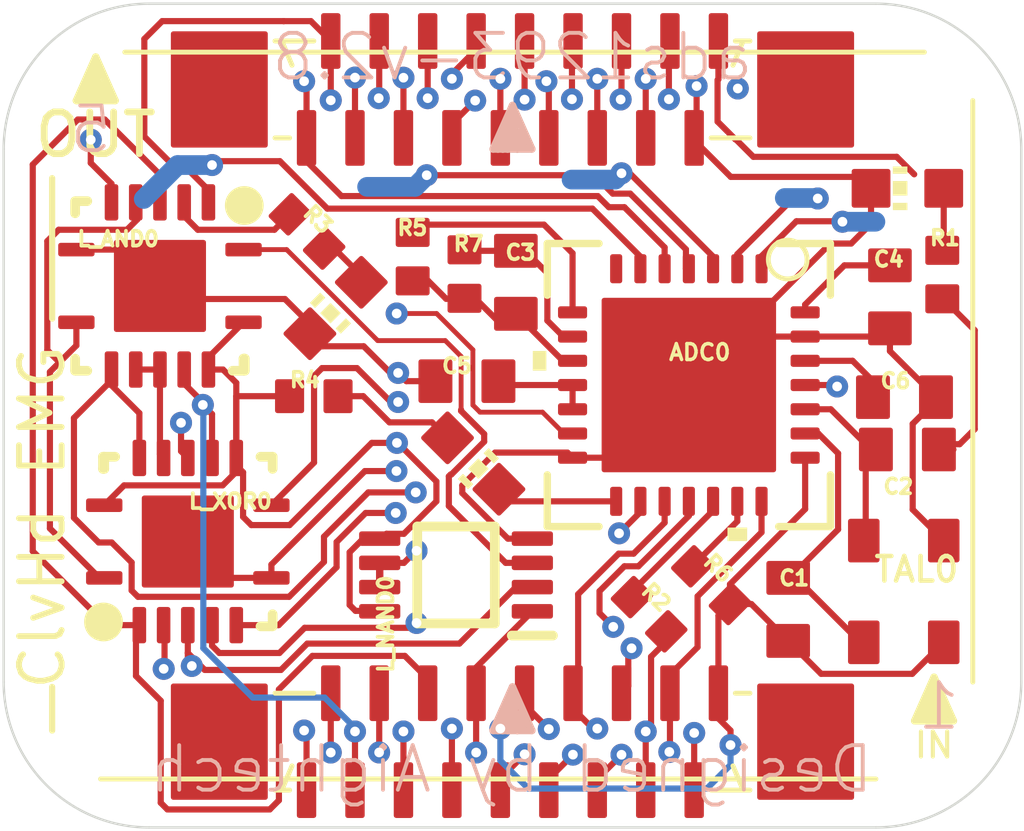
<source format=kicad_pcb>
(kicad_pcb (version 20211014) (generator pcbnew)
  (layers (0 "F.Cu" signal) (1 "In1.Cu" signal) (2 "In2.Cu" signal) (31 "B.Cu" signal) (34 "B.Paste" user) (35 "F.Paste" user) (36 "B.SilkS" user "B.Silkscreen") (37 "F.SilkS" user "F.Silkscreen") (38 "B.Mask" user) (39 "F.Mask" user) (44 "Edge.Cuts" user))
  (net 0 "")
  (net 1 "IN4")
  (net 2 "IN6")
  (net 3 "CS")
  (net 4 "DOUT")
  (net 5 "DIN")
  (net 6 "IN3")
  (net 7 "IN5")
  (net 8 "SCLK")
  (net 9 "IN1")
  (net 10 "VDD")
  (net 11 "ALARMB")
  (net 12 "N$3")
  (net 13 "DRDYB")
  (net 14 "N$4")
  (net 15 "N$8")
  (net 16 "CLK")
  (net 17 "WCT")
  (net 18 "RLDOUT")
  (net 19 "RLDREF")
  (net 20 "SYNCB")
  (net 21 "CMOUT")
  (net 22 "N$15")
  (net 23 "N$9")
  (net 24 "GND")
  (net 25 "RST")
  (net 26 "N$2")
  (net 27 "N$6")
  (net 28 "N$5")
  (net 29 "IN2")
  (net 30 "A1")
  (net 31 "A2")
  (net 32 "N$16")
  (net 33 "A3")
  (net 34 "A0")
  (net 35 "S0")
  (net 36 "S1")
  (net 37 "S2")
  (net 38 "S3")
  (net 39 "N$13")
  (net 40 "N$11")
  (net 41 "GPIO1")
  (net 42 "N$1")
  (net 43 "N$7")
  (footprint "clvHd_EMG:R0402" (layer "F.Cu") (at 147.5111 102.0836 -90)
    (fp_text reference "R7")
    (fp_text value "10M" hide)
  )
  (footprint "clvHd_EMG:R0402" (layer "F.Cu") (at 152.6011 108.5036 -45)
    (fp_text reference "R6")
    (fp_text value "1M" hide)
  )
  (footprint "clvHd_EMG:SMD-3225_4P" (layer "F.Cu") (at 156.5761 108.6336 90)
    (fp_text reference "TAL0")
    (fp_text value "C387328 " hide)
  )
  (footprint "clvHd_EMG:C0402" (layer "F.Cu") (at 156.2911 102.5536 -90)
    (fp_text reference "C4")
    (fp_text value "100nF" hide)
  )
  (footprint "clvHd_EMG:CHIP-LED0603" (layer "F.Cu") (at 147.6911 105.9936 -135)
    (fp_text reference "L2" hide)
    (fp_text value "Red")
  )
  (footprint "clvHd_EMG:C0402" (layer "F.Cu") (at 154.1911 109.0036 90)
    (fp_text reference "C1")
    (fp_text value "22pF" hide)
  )
  (footprint "" (layer "F.Cu") (at 157.0011 98.5036)
    (fp_text reference "@HOLE1" hide)
    (fp_text value "")
  )
  (footprint "clvHd_EMG:R0402" (layer "F.Cu") (at 157.3711 102.0936 90)
    (fp_text reference "R1")
    (fp_text value "51" hide)
  )
  (footprint "" (layer "F.Cu") (at 140.0011 111.5036)
    (fp_text reference "@HOLE0" hide)
    (fp_text value "")
  )
  (footprint "clvHd_EMG:C0402" (layer "F.Cu") (at 148.5711 102.2536 90)
    (fp_text reference "C3")
    (fp_text value "1nF" hide)
  )
  (footprint "clvHd_EMG:C0402" (layer "F.Cu") (at 156.5911 104.6236)
    (fp_text reference "C6")
    (fp_text value "1uF" hide)
  )
  (footprint "clvHd_EMG:R0402" (layer "F.Cu") (at 146.4411 101.7236 -90)
    (fp_text reference "R5")
    (fp_text value "10k" hide)
  )
  (footprint "clvHd_EMG:R0402" (layer "F.Cu") (at 144.2611 101.2036 135)
    (fp_text reference "R3")
    (fp_text value "51" hide)
  )
  (footprint "clvHd_EMG:R0402" (layer "F.Cu") (at 151.3211 109.1036 -45)
    (fp_text reference "R2")
    (fp_text value "51" hide)
  )
  (footprint "clvHd_EMG:CHIP-LED0603" (layer "F.Cu") (at 156.6511 100.3136 90)
    (fp_text reference "L1" hide)
    (fp_text value "Green")
  )
  (footprint "clvHd_EMG:X05C2018TZ" (layer "F.Cu") (at 148.5011 98.2736 -90)
    (fp_text reference "UNK2" hide)
    (fp_text value "X05C2018TZ" hide)
  )
  (footprint "clvHd_EMG:VSSOP" (layer "F.Cu") (at 147.3361 108.2936 180)
    (fp_text reference "L_NAND0")
    (fp_text value "SN74AUP2G00")
  )
  (footprint "clvHd_EMG:C0402" (layer "F.Cu") (at 147.5611 104.2936 180)
    (fp_text reference "C5")
    (fp_text value "100nF" hide)
  )
  (footprint "clvHd_EMG:RSG28_3P6X3P6_TEX" (layer "F.Cu") (at 152.1411 104.3736 -90)
    (fp_text reference "ADC0")
    (fp_text value "ADS1293CISQ/NOPB" hide)
  )
  (footprint "clvHd_EMG:X05C2018TZ" (layer "F.Cu") (at 148.5011 111.7336 90)
    (fp_text reference "UNK1" hide)
    (fp_text value "X05C2018TZ" hide)
  )
  (footprint "clvHd_EMG:C0402" (layer "F.Cu") (at 156.6511 105.7036 180)
    (fp_text reference "C2")
    (fp_text value "22pF" hide)
  )
  (footprint "clvHd_EMG:VQFN-14-CUSTOM" (layer "F.Cu") (at 141.8011 107.6036)
    (fp_text reference "L_XOR0")
    (fp_text value "SN74LVC86")
  )
  (footprint "clvHd_EMG:R0402" (layer "F.Cu") (at 144.4011 104.6036 180)
    (fp_text reference "R4")
    (fp_text value "51" hide)
  )
  (footprint "clvHd_EMG:CHIP-LED0603" (layer "F.Cu") (at 144.8511 102.7836 135)
    (fp_text reference "L3" hide)
    (fp_text value "White")
  )
  (footprint "clvHd_EMG:VQFN-14-CUSTOM" (layer "F.Cu") (at 141.2261 102.3286 180)
    (fp_text reference "L_AND0")
    (fp_text value "SN74ALVC08")
  )
  (gr_line (start 148.4011 99.5036) (end 148.6011 99.5036) (layer "B.SilkS") (width 0.1524))
  (gr_line (start 148.3011 99.5036) (end 148.4011 99.5036) (layer "B.SilkS") (width 0.1524))
  (gr_line (start 148.6011 111.5036) (end 148.8011 111.3036) (layer "B.SilkS") (width 0.1524))
  (gr_line (start 148.9011 99.5036) (end 148.5011 98.6036) (layer "B.SilkS") (width 0.1524))
  (gr_line (start 148.4011 111.5036) (end 148.6011 111.5036) (layer "B.SilkS") (width 0.1524))
  (gr_line (start 148.1011 111.5036) (end 148.5011 110.6036) (layer "B.SilkS") (width 0.1524))
  (gr_line (start 148.3011 111.5036) (end 148.4011 111.5036) (layer "B.SilkS") (width 0.1524))
  (gr_line (start 148.6011 99.5036) (end 148.8011 99.3036) (layer "B.SilkS") (width 0.1524))
  (gr_line (start 148.3011 111.5036) (end 148.6011 110.9036) (layer "B.SilkS") (width 0.1524))
  (gr_line (start 148.2011 99.5036) (end 148.5011 98.7036) (layer "B.SilkS") (width 0.1524))
  (gr_line (start 148.1011 99.5036) (end 148.2011 99.5036) (layer "B.SilkS") (width 0.1524))
  (gr_line (start 148.4011 99.5036) (end 148.7011 99.1036) (layer "B.SilkS") (width 0.1524))
  (gr_line (start 148.5011 98.7036) (end 148.3011 99.5036) (layer "B.SilkS") (width 0.1524))
  (gr_line (start 148.4011 111.5036) (end 148.7011 111.1036) (layer "B.SilkS") (width 0.1524))
  (gr_line (start 148.2011 111.5036) (end 148.3011 111.5036) (layer "B.SilkS") (width 0.1524))
  (gr_line (start 148.2011 99.5036) (end 148.3011 99.5036) (layer "B.SilkS") (width 0.1524))
  (gr_line (start 148.6011 111.5036) (end 148.9011 111.5036) (layer "B.SilkS") (width 0.1524))
  (gr_line (start 148.1011 99.5036) (end 148.5011 98.6036) (layer "B.SilkS") (width 0.1524))
  (gr_line (start 148.3011 99.5036) (end 148.6011 98.9036) (layer "B.SilkS") (width 0.1524))
  (gr_line (start 148.2011 111.5036) (end 148.5011 110.7036) (layer "B.SilkS") (width 0.1524))
  (gr_line (start 148.9011 111.5036) (end 148.5011 110.6036) (layer "B.SilkS") (width 0.1524))
  (gr_line (start 148.6011 99.5036) (end 148.9011 99.5036) (layer "B.SilkS") (width 0.1524))
  (gr_line (start 148.6011 110.9036) (end 148.4011 111.5036) (layer "B.SilkS") (width 0.1524))
  (gr_line (start 148.5011 110.7036) (end 148.3011 111.5036) (layer "B.SilkS") (width 0.1524))
  (gr_line (start 148.7011 111.1036) (end 148.6011 111.5036) (layer "B.SilkS") (width 0.1524))
  (gr_line (start 148.6011 98.9036) (end 148.4011 99.5036) (layer "B.SilkS") (width 0.1524))
  (gr_line (start 148.7011 99.1036) (end 148.6011 99.5036) (layer "B.SilkS") (width 0.1524))
  (gr_line (start 148.1011 111.5036) (end 148.2011 111.5036) (layer "B.SilkS") (width 0.1524))
  (gr_line (start 158.0011 110.5036) (end 158.0011 98.5036) (layer "F.SilkS") (width 0.1016))
  (gr_line (start 157.3011 111.3036) (end 157.6011 111.3036) (layer "F.SilkS") (width 0.1524))
  (gr_line (start 140.3011 98.5036) (end 139.9011 97.6036) (layer "F.SilkS") (width 0.1524))
  (gr_line (start 157.3011 111.3036) (end 157.5011 111.1036) (layer "F.SilkS") (width 0.1524))
  (gr_line (start 157.1011 111.3036) (end 157.4011 110.9036) (layer "F.SilkS") (width 0.1524))
  (gr_line (start 156.9011 111.3036) (end 157.2011 110.5036) (layer "F.SilkS") (width 0.1524))
  (gr_line (start 157.1011 111.3036) (end 157.3011 111.3036) (layer "F.SilkS") (width 0.1524))
  (gr_line (start 139.9011 97.7036) (end 139.7011 98.5036) (layer "F.SilkS") (width 0.1524))
  (gr_line (start 139.6011 98.5036) (end 139.9011 97.7036) (layer "F.SilkS") (width 0.1524))
  (gr_line (start 156.8011 111.3036) (end 157.2011 110.4036) (layer "F.SilkS") (width 0.1524))
  (gr_line (start 157.0011 111.3036) (end 157.3011 110.7036) (layer "F.SilkS") (width 0.1524))
  (gr_line (start 157.3011 110.7036) (end 157.1011 111.3036) (layer "F.SilkS") (width 0.1524))
  (gr_line (start 139.5011 98.5036) (end 139.6011 98.5036) (layer "F.SilkS") (width 0.1524))
  (gr_line (start 157.0011 111.3036) (end 157.1011 111.3036) (layer "F.SilkS") (width 0.1524))
  (gr_line (start 139.8011 98.5036) (end 140.0011 98.5036) (layer "F.SilkS") (width 0.1524))
  (gr_line (start 140.1011 98.1036) (end 140.0011 98.5036) (layer "F.SilkS") (width 0.1524))
  (gr_line (start 157.6011 111.3036) (end 157.2011 110.4036) (layer "F.SilkS") (width 0.1524))
  (gr_line (start 139.0011 100.1036) (end 139.0011 103.0036) (layer "F.SilkS") (width 0.127))
  (gr_line (start 139.7011 98.5036) (end 140.0011 97.9036) (layer "F.SilkS") (width 0.1524))
  (gr_line (start 156.9011 111.3036) (end 157.0011 111.3036) (layer "F.SilkS") (width 0.1524))
  (gr_line (start 140.0011 112.5036) (end 156.0011 112.5036) (layer "F.SilkS") (width 0.1016))
  (gr_line (start 139.6011 98.5036) (end 139.7011 98.5036) (layer "F.SilkS") (width 0.1524))
  (gr_line (start 157.4011 110.9036) (end 157.3011 111.3036) (layer "F.SilkS") (width 0.1524))
  (gr_line (start 140.0011 98.5036) (end 140.2011 98.3036) (layer "F.SilkS") (width 0.1524))
  (gr_circle (center 154.1811 101.7836) (end 154.5811 101.7836) (layer "F.SilkS") (width 0) (fill none))
  (gr_line (start 139.0011 110.6036) (end 139.0011 111.5036) (layer "F.SilkS") (width 0.127))
  (gr_line (start 156.8011 111.3036) (end 156.9011 111.3036) (layer "F.SilkS") (width 0.1524))
  (gr_line (start 139.7011 98.5036) (end 139.8011 98.5036) (layer "F.SilkS") (width 0.1524))
  (gr_line (start 157.0011 97.5036) (end 140.5011 97.5036) (layer "F.SilkS") (width 0.1016))
  (gr_line (start 139.8011 98.5036) (end 140.1011 98.1036) (layer "F.SilkS") (width 0.1524))
  (gr_line (start 140.0011 98.5036) (end 140.3011 98.5036) (layer "F.SilkS") (width 0.1524))
  (gr_line (start 140.0011 97.9036) (end 139.8011 98.5036) (layer "F.SilkS") (width 0.1524))
  (gr_line (start 139.5011 98.5036) (end 139.9011 97.6036) (layer "F.SilkS") (width 0.1524))
  (gr_line (start 157.2011 110.5036) (end 157.0011 111.3036) (layer "F.SilkS") (width 0.1524))
  (gr_arc (start 159.0011 110.5036) (mid 158.12242 112.62492) (end 156.0011 113.5036) (layer "Edge.Cuts") (width 0.05))
  (gr_line (start 156.0011 96.5036) (end 141.0011 96.5036) (layer "Edge.Cuts") (width 0.05))
  (gr_arc (start 156.0011 96.5036) (mid 158.12242 97.38228) (end 159.0011 99.5036) (layer "Edge.Cuts") (width 0.05))
  (gr_line (start 141.0011 113.5036) (end 156.0011 113.5036) (layer "Edge.Cuts") (width 0.05))
  (gr_arc (start 138.0011 99.5036) (mid 138.87978 97.38228) (end 141.0011 96.5036) (layer "Edge.Cuts") (width 0.05))
  (gr_line (start 159.0011 110.5036) (end 159.0011 99.5036) (layer "Edge.Cuts") (width 0.05))
  (gr_line (start 138.0011 99.5036) (end 138.0011 110.5036) (layer "Edge.Cuts") (width 0.05))
  (gr_arc (start 141.0011 113.5036) (mid 138.87978 112.62492) (end 138.0011 110.5036) (layer "Edge.Cuts") (width 0.05))
  (gr_text "1" (at 157.3011 111.0036) (layer "B.SilkS") (effects (font (size 0.92 0.92) (thickness 0.08)) (justify mirror)))
  (gr_text "5" (at 139.8011 99.1036) (layer "B.SilkS") (effects (font (size 0.92 0.92) (thickness 0.08)) (justify mirror)))
  (gr_text "Designed by Aightech" (at 156.0011 112.3036) (layer "B.SilkS") (effects (font (size 0.92 0.92) (thickness 0.08)) (justify left mirror)))
  (gr_text "ads1293-v2.8" (at 148.5011 97.6036) (layer "B.SilkS") (effects (font (size 0.92 0.92) (thickness 0.08)) (justify mirror)))
  (gr_text "OUT" (at 139.9011 98.7036) (layer "F.SilkS") (effects (font (size 0.86 0.86) (thickness 0.14)) (justify top)))
  (gr_text "IN" (at 157.2011 111.5036) (layer "F.SilkS") (effects (font (size 0.516 0.516) (thickness 0.084)) (justify top)))
  (gr_text "ClvHd EMG" (at 138.2811 103.4836 90) (layer "F.SilkS") (effects (font (size 0.88 0.88) (thickness 0.12)) (justify right top)))
  (segment (start 150.9311 100.4236) (end 150.5711 100.4236) (width 0.127) (layer "F.Cu") (net 1))
  (segment (start 152.1411 101.9736) (end 152.0811 101.9736) (width 0.127) (layer "F.Cu") (net 1))
  (segment (start 150.5711 100.4236) (end 150.1911 100.0436) (width 0.127) (layer "F.Cu") (net 1))
  (segment (start 152.0811 101.9736) (end 152.0811 101.5736) (width 0.127) (layer "F.Cu") (net 1))
  (segment (start 152.0811 101.5736) (end 150.9311 100.4236) (width 0.127) (layer "F.Cu") (net 1))
  (segment (start 150.1911 100.0436) (end 146.7311 100.0436) (width 0.127) (layer "F.Cu") (net 1))
  (via (at 146.7311 100.0436) (size 0.454) (drill 0.2) (layers "F.Cu" "B.Cu") (net 1))
  (segment (start 146.7311 100.0436) (end 146.4911 100.2836) (width 0.4064) (layer "B.Cu") (net 1))
  (segment (start 146.4911 100.2836) (end 145.5011 100.2836) (width 0.4064) (layer "B.Cu") (net 1))
  (segment (start 151.1411 101.7236) (end 150.1506 100.7331) (width 0.127) (layer "F.Cu") (net 2))
  (segment (start 150.1506 100.7331) (end 144.6806 100.7331) (width 0.127) (layer "F.Cu") (net 2))
  (segment (start 151.1411 101.9736) (end 151.1411 101.7236) (width 0.127) (layer "F.Cu") (net 2))
  (segment (start 142.3811 99.7536) (end 143.7011 99.7536) (width 0.127) (layer "F.Cu") (net 2))
  (segment (start 143.7011 99.7536) (end 144.6806 100.7331) (width 0.127) (layer "F.Cu") (net 2))
  (segment (start 142.3011 99.8336) (end 142.3811 99.7536) (width 0.127) (layer "F.Cu") (net 2))
  (via (at 142.3011 99.8336) (size 0.454) (drill 0.2) (layers "F.Cu" "B.Cu") (net 2))
  (segment (start 141.5911 99.8336) (end 140.8911 100.5336) (width 0.4064) (layer "B.Cu") (net 2))
  (segment (start 142.3011 99.8336) (end 141.5911 99.8336) (width 0.4064) (layer "B.Cu") (net 2))
  (segment (start 146.5211 107.7936) (end 146.5111 107.7936) (width 0.127) (layer "F.Cu") (net 3))
  (segment (start 151.1411 106.9936) (end 150.7011 107.4336) (width 0.127) (layer "F.Cu") (net 3))
  (segment (start 146.2611 108.0436) (end 145.7611 108.0436) (width 0.127) (layer "F.Cu") (net 3))
  (segment (start 151.1411 106.7736) (end 151.1411 106.9936) (width 0.127) (layer "F.Cu") (net 3))
  (segment (start 146.5111 107.7936) (end 146.2611 108.0436) (width 0.127) (layer "F.Cu") (net 3))
  (segment (start 145.7611 108.5436) (end 145.7611 108.0436) (width 0.1524) (layer "F.Cu") (net 3))
  (via (at 150.7011 107.4336) (size 0.454) (drill 0.2) (layers "F.Cu" "B.Cu") (net 3))
  (via (at 146.5211 107.7936) (size 0.454) (drill 0.2) (layers "F.Cu" "B.Cu") (net 3))
  (segment (start 151.674653 109.667157) (end 151.3611 109.98071) (width 0.127) (layer "F.Cu") (net 4))
  (segment (start 151.2511 99.2736) (end 151.2511 98.0536) (width 0.127) (layer "F.Cu") (net 4))
  (segment (start 151.2511 111.5236) (end 151.3611 111.4136) (width 0.127) (layer "F.Cu") (net 4))
  (segment (start 151.2511 112.7336) (end 151.2511 111.5236) (width 0.127) (layer "F.Cu") (net 4))
  (segment (start 151.3611 109.98071) (end 151.3611 111.4136) (width 0.127) (layer "F.Cu") (net 4))
  (segment (start 151.674653 109.457157) (end 151.674653 109.667157) (width 0.127) (layer "F.Cu") (net 4))
  (via (at 151.2511 98.0536) (size 0.454) (drill 0.2) (layers "F.Cu" "B.Cu") (net 4))
  (via (at 151.2511 111.5236) (size 0.454) (drill 0.2) (layers "F.Cu" "B.Cu") (net 4))
  (segment (start 150.5811 109.3636) (end 150.297428 109.079929) (width 0.127) (layer "F.Cu") (net 5))
  (segment (start 150.297428 109.079929) (end 150.297428 108.627272) (width 0.127) (layer "F.Cu") (net 5))
  (segment (start 151.101109 108.113591) (end 150.811109 108.113591) (width 0.127) (layer "F.Cu") (net 5))
  (segment (start 152.1411 107.0736) (end 152.1411 106.7736) (width 0.127) (layer "F.Cu") (net 5))
  (segment (start 152.1411 107.0736) (end 151.101109 108.113591) (width 0.127) (layer "F.Cu") (net 5))
  (segment (start 150.2511 98.0536) (end 150.2511 99.2736) (width 0.127) (layer "F.Cu") (net 5))
  (segment (start 150.7511 112.0036) (end 150.2511 112.5036) (width 0.127) (layer "F.Cu") (net 5))
  (segment (start 150.2511 112.5036) (end 150.2511 112.7336) (width 0.127) (layer "F.Cu") (net 5))
  (segment (start 150.297428 108.627272) (end 150.811109 108.113591) (width 0.127) (layer "F.Cu") (net 5))
  (via (at 150.2511 98.0536) (size 0.454) (drill 0.2) (layers "F.Cu" "B.Cu") (net 5))
  (via (at 150.7511 112.0036) (size 0.454) (drill 0.2) (layers "F.Cu" "B.Cu") (net 5))
  (via (at 150.5811 109.3636) (size 0.454) (drill 0.2) (layers "F.Cu" "B.Cu") (net 5))
  (segment (start 152.6411 101.7236) (end 150.9211 100.0036) (width 0.127) (layer "F.Cu") (net 6))
  (segment (start 150.9211 100.0036) (end 150.7511 100.0036) (width 0.127) (layer "F.Cu") (net 6))
  (segment (start 152.6411 101.9736) (end 152.6411 101.7236) (width 0.127) (layer "F.Cu") (net 6))
  (via (at 150.7511 100.0036) (size 0.454) (drill 0.2) (layers "F.Cu" "B.Cu") (net 6))
  (segment (start 150.7511 100.0036) (end 150.6211 100.1336) (width 0.4064) (layer "B.Cu") (net 6))
  (segment (start 150.6211 100.1336) (end 149.7211 100.1336) (width 0.4064) (layer "B.Cu") (net 6))
  (segment (start 144.9711 100.4736) (end 144.2511 99.7536) (width 0.127) (layer "F.Cu") (net 7))
  (segment (start 150.8111 100.7036) (end 150.4911 100.7036) (width 0.127) (layer "F.Cu") (net 7))
  (segment (start 151.6411 101.9736) (end 151.6411 101.5336) (width 0.127) (layer "F.Cu") (net 7))
  (segment (start 144.2511 111.5536) (end 144.2011 111.5036) (width 0.127) (layer "F.Cu") (net 7))
  (segment (start 144.2511 98.1536) (end 144.2511 99.2736) (width 0.127) (layer "F.Cu") (net 7))
  (segment (start 150.4911 100.7036) (end 150.2611 100.4736) (width 0.127) (layer "F.Cu") (net 7))
  (segment (start 151.6411 101.5336) (end 150.8111 100.7036) (width 0.127) (layer "F.Cu") (net 7))
  (segment (start 144.2511 112.7336) (end 144.2511 111.5536) (width 0.127) (layer "F.Cu") (net 7))
  (segment (start 144.2011 98.1036) (end 144.2511 98.1536) (width 0.127) (layer "F.Cu") (net 7))
  (segment (start 144.2511 99.7536) (end 144.2511 99.2736) (width 0.127) (layer "F.Cu") (net 7))
  (segment (start 150.2611 100.4736) (end 144.9711 100.4736) (width 0.127) (layer "F.Cu") (net 7))
  (via (at 144.2011 111.5036) (size 0.454) (drill 0.2) (layers "F.Cu" "B.Cu") (net 7))
  (via (at 144.2011 98.1036) (size 0.454) (drill 0.2) (layers "F.Cu" "B.Cu") (net 7))
  (segment (start 149.728915 97.395785) (end 149.8011 97.3236) (width 0.127) (layer "F.Cu") (net 8))
  (segment (start 151.6411 107.2136) (end 151.001106 107.853594) (width 0.127) (layer "F.Cu") (net 8))
  (segment (start 151.6411 106.7736) (end 151.6411 107.2136) (width 0.127) (layer "F.Cu") (net 8))
  (segment (start 149.8011 97.3236) (end 149.7511 97.2736) (width 0.127) (layer "F.Cu") (net 8))
  (segment (start 150.692487 107.853594) (end 149.8566 108.689482) (width 0.127) (layer "F.Cu") (net 8))
  (segment (start 149.7511 110.7336) (end 149.7511 111.0536) (width 0.127) (layer "F.Cu") (net 8))
  (segment (start 149.8566 108.689482) (end 149.8566 110.6281) (width 0.127) (layer "F.Cu") (net 8))
  (segment (start 149.728915 98.475785) (end 149.728915 97.395785) (width 0.127) (layer "F.Cu") (net 8))
  (segment (start 149.8566 110.6281) (end 149.7511 110.7336) (width 0.127) (layer "F.Cu") (net 8))
  (segment (start 150.2511 111.4636) (end 150.1611 111.4636) (width 0.127) (layer "F.Cu") (net 8))
  (segment (start 150.1611 111.4636) (end 149.7511 111.0536) (width 0.127) (layer "F.Cu") (net 8))
  (segment (start 151.001106 107.853594) (end 150.692487 107.853594) (width 0.127) (layer "F.Cu") (net 8))
  (via (at 150.2511 111.4636) (size 0.454) (drill 0.2) (layers "F.Cu" "B.Cu") (net 8))
  (via (at 149.728915 98.475785) (size 0.454) (drill 0.2) (layers "F.Cu" "B.Cu") (net 8))
  (segment (start 154.3611 100.9936) (end 153.6411 101.7136) (width 0.127) (layer "F.Cu") (net 9))
  (segment (start 155.3011 100.9936) (end 154.3611 100.9936) (width 0.127) (layer "F.Cu") (net 9))
  (segment (start 153.6411 101.9736) (end 153.6411 101.7136) (width 0.127) (layer "F.Cu") (net 9))
  (segment (start 155.3111 101.0036) (end 155.3011 100.9936) (width 0.127) (layer "F.Cu") (net 9))
  (via (at 155.3111 101.0036) (size 0.454) (drill 0.2) (layers "F.Cu" "B.Cu") (net 9))
  (segment (start 155.3111 101.0036) (end 155.9911 101.0036) (width 0.4064) (layer "B.Cu") (net 9))
  (segment (start 152.990006 108.484694) (end 152.990006 108.89251) (width 0.127) (layer "F.Cu") (net 10))
  (segment (start 146.116325 105.5676) (end 145.5971 105.5676) (width 0.127) (layer "F.Cu") (net 10))
  (segment (start 145.1406 107.824694) (end 145.1406 108.912507) (width 0.127) (layer "F.Cu") (net 10))
  (segment (start 142.8011 105.8786) (end 142.8011 106.034194) (width 0.127) (layer "F.Cu") (net 10))
  (segment (start 153.430009 108.89251) (end 152.990006 108.89251) (width 0.127) (layer "F.Cu") (net 10))
  (segment (start 157.3911 102.5936) (end 158.0416 103.2441) (width 0.127) (layer "F.Cu") (net 10))
  (segment (start 142.9511 103.0786) (end 142.2261 103.8036) (width 0.127) (layer "F.Cu") (net 10))
  (segment (start 156.431006 99.6641) (end 153.472193 99.6641) (width 0.127) (layer "F.Cu") (net 10))
  (segment (start 157.730006 105.5941) (end 157.4106 105.5941) (width 0.127) (layer "F.Cu") (net 10))
  (segment (start 145.7611 107.5436) (end 145.7301 107.5436) (width 0.127) (layer "F.Cu") (net 10))
  (segment (start 140.4856 106.4441) (end 142.520006 106.4441) (width 0.127) (layer "F.Cu") (net 10))
  (segment (start 153.0011 111.5036) (end 152.7511 111.2536) (width 0.127) (layer "F.Cu") (net 10))
  (segment (start 140.0761 106.8536) (end 140.4856 106.4441) (width 0.127) (layer "F.Cu") (net 10))
  (segment (start 142.8011 105.8786) (end 142.8011 104.3286) (width 0.127) (layer "F.Cu") (net 10))
  (segment (start 145.7301 107.5436) (end 145.7106 107.5631) (width 0.127) (layer "F.Cu") (net 10))
  (segment (start 142.5261 104.0536) (end 142.2261 104.0536) (width 0.127) (layer "F.Cu") (net 10))
  (segment (start 152.7336 98.080663) (end 152.7511 98.063163) (width 0.127) (layer "F.Cu") (net 10))
  (segment (start 142.9416 106.174694) (end 142.9416 107.0941) (width 0.127) (layer "F.Cu") (net 10))
  (segment (start 153.1011 99.3036) (end 152.7336 98.9361) (width 0.127) (layer "F.Cu") (net 10))
  (segment (start 153.0011 111.8036) (end 153.0011 111.5036) (width 0.127) (layer "F.Cu") (net 10))
  (segment (start 153.472193 99.6641) (end 153.111693 99.3036) (width 0.127) (layer "F.Cu") (net 10))
  (segment (start 157.4106 105.5941) (end 157.3011 105.7036) (width 0.127) (layer "F.Cu") (net 10))
  (segment (start 142.7816 105.8981) (end 142.8011 105.8786) (width 0.127) (layer "F.Cu") (net 10))
  (segment (start 145.262193 109.0341) (end 145.1406 108.912507) (width 0.127) (layer "F.Cu") (net 10))
  (segment (start 152.7511 109.131416) (end 152.7511 110.7336) (width 0.127) (layer "F.Cu") (net 10))
  (segment (start 153.430009 108.89251) (end 154.1911 109.6536) (width 0.127) (layer "F.Cu") (net 10))
  (segment (start 146.2611 107.4436) (end 145.9011 107.4436) (width 0.127) (layer "F.Cu") (net 10))
  (segment (start 153.111693 99.3036) (end 153.1011 99.3036) (width 0.127) (layer "F.Cu") (net 10))
  (segment (start 142.8011 105.8786) (end 142.8011 104.6036) (width 0.127) (layer "F.Cu") (net 10))
  (segment (start 145.7106 107.5631) (end 145.402193 107.5631) (width 0.127) (layer "F.Cu") (net 10))
  (segment (start 145.7611 107.5436) (end 145.8011 107.5436) (width 0.127) (layer "F.Cu") (net 10))
  (segment (start 156.7511 110.3336) (end 154.8711 110.3336) (width 0.127) (layer "F.Cu") (net 10))
  (segment (start 145.7516 109.0341) (end 145.262193 109.0341) (width 0.127) (layer "F.Cu") (net 10))
  (segment (start 142.9416 107.0941) (end 143.1111 107.2636) (width 0.127) (layer "F.Cu") (net 10))
  (segment (start 154.5411 105.8736) (end 154.5411 106.9336) (width 0.127) (layer "F.Cu") (net 10))
  (segment (start 152.990006 108.89251) (end 152.7511 109.131416) (width 0.127) (layer "F.Cu") (net 10))
  (segment (start 142.520006 106.4441) (end 142.7816 106.182507) (width 0.127) (layer "F.Cu") (net 10))
  (segment (start 142.7816 106.182507) (end 142.7816 105.8981) (width 0.127) (layer "F.Cu") (net 10))
  (segment (start 145.402193 107.5631) (end 145.1406 107.824694) (width 0.127) (layer "F.Cu") (net 10))
  (segment (start 146.9311 106.7736) (end 146.2611 107.4436) (width 0.127) (layer "F.Cu") (net 10))
  (segment (start 156.7916 100.024694) (end 156.431006 99.6641) (width 0.127) (layer "F.Cu") (net 10))
  (segment (start 154.5411 106.9336) (end 152.990006 108.484694) (width 0.127) (layer "F.Cu") (net 10))
  (segment (start 146.9311 106.3636) (end 146.9311 106.7736) (width 0.127) (layer "F.Cu") (net 10))
  (segment (start 157.730006 105.5941) (end 158.0416 105.282507) (width 0.127) (layer "F.Cu") (net 10))
  (segment (start 142.8011 106.034194) (end 142.9416 106.174694) (width 0.127) (layer "F.Cu") (net 10))
  (segment (start 146.9311 106.3636) (end 146.1351 105.5676) (width 0.127) (layer "F.Cu") (net 10))
  (segment (start 146.116325 105.5676) (end 146.1351 105.5676) (width 0.127) (layer "F.Cu") (net 10))
  (segment (start 142.8011 104.3286) (end 142.5261 104.0536) (width 0.127) (layer "F.Cu") (net 10))
  (segment (start 155.3511 101.9036) (end 154.5411 102.7136) (width 0.127) (layer "F.Cu") (net 10))
  (segment (start 156.7511 110.3336) (end 157.4011 109.6836) (width 0.127) (layer "F.Cu") (net 10))
  (segment (start 145.9011 107.4436) (end 145.8011 107.5436) (width 0.127) (layer "F.Cu") (net 10))
  (segment (start 152.7511 98.063163) (end 152.7511 97.2736) (width 0.127) (layer "F.Cu") (net 10))
  (segment (start 145.5971 105.5676) (end 143.9011 107.2636) (width 0.127) (layer "F.Cu") (net 10))
  (segment (start 158.0416 103.2441) (end 158.0416 105.282507) (width 0.127) (layer "F.Cu") (net 10))
  (segment (start 145.7611 109.0436) (end 145.7516 109.0341) (width 0.1) (layer "F.Cu") (net 10))
  (segment (start 157.3711 102.5936) (end 157.3911 102.5936) (width 0.127) (layer "F.Cu") (net 10))
  (segment (start 142.2261 103.8036) (end 142.2261 104.0536) (width 0.127) (layer "F.Cu") (net 10))
  (segment (start 152.7511 111.2536) (end 152.7511 110.7336) (width 0.127) (layer "F.Cu") (net 10))
  (segment (start 154.1911 109.6536) (end 154.8711 110.3336) (width 0.127) (layer "F.Cu") (net 10))
  (segment (start 157.3011 105.7036) (end 157.6011 105.7036) (width 0.127) (layer "F.Cu") (net 10))
  (segment (start 143.9011 104.6036) (end 142.8011 104.6036) (width 0.127) (layer "F.Cu") (net 10))
  (segment (start 152.7336 98.9361) (end 152.7336 98.080663) (width 0.127) (layer "F.Cu") (net 10))
  (segment (start 143.1111 107.2636) (end 143.9011 107.2636) (width 0.127) (layer "F.Cu") (net 10))
  (segment (start 154.5411 102.7136) (end 154.5411 102.8736) (width 0.127) (layer "F.Cu") (net 10))
  (segment (start 156.2911 101.9036) (end 155.3511 101.9036) (width 0.127) (layer "F.Cu") (net 10))
  (via (at 148.2511 111.4636) (size 0.454) (drill 0.2) (layers "F.Cu" "B.Cu") (net 10))
  (via (at 146.116325 105.5676) (size 0.454) (drill 0.2) (layers "F.Cu" "B.Cu") (net 10))
  (via (at 153.0011 111.8036) (size 0.454) (drill 0.2) (layers "F.Cu" "B.Cu") (net 10))
  (segment (start 152.5136 112.7011) (end 148.8286 112.7011) (width 0.127) (layer "B.Cu") (net 10))
  (segment (start 153.0011 112.2136) (end 153.0011 111.8036) (width 0.127) (layer "B.Cu") (net 10))
  (segment (start 153.0011 112.2136) (end 152.5136 112.7011) (width 0.127) (layer "B.Cu") (net 10))
  (segment (start 148.2511 111.4636) (end 148.2511 112.1236) (width 0.127) (layer "B.Cu") (net 10))
  (segment (start 148.8286 112.7011) (end 148.2511 112.1236) (width 0.127) (layer "B.Cu") (net 10))
  (segment (start 150.6411 106.7736) (end 148.471096 106.7736) (width 0.127) (layer "F.Cu") (net 11))
  (segment (start 148.471096 106.7736) (end 148.221428 106.523932) (width 0.127) (layer "F.Cu") (net 11))
  (segment (start 150.967543 108.637713) (end 150.967543 108.750047) (width 0.1524) (layer "F.Cu") (net 12))
  (segment (start 152.6411 106.964157) (end 150.967543 108.637713) (width 0.127) (layer "F.Cu") (net 12))
  (segment (start 152.6411 106.7736) (end 152.6411 106.964157) (width 0.127) (layer "F.Cu") (net 12))
  (segment (start 153.1411 107.185785) (end 152.21219 108.114694) (width 0.127) (layer "F.Cu") (net 13))
  (segment (start 153.1411 106.7736) (end 153.1411 107.185785) (width 0.127) (layer "F.Cu") (net 13))
  (segment (start 155.2211 105.7836) (end 154.8111 105.3736) (width 0.127) (layer "F.Cu") (net 14))
  (segment (start 155.7511 109.6836) (end 155.6811 109.6836) (width 0.127) (layer "F.Cu") (net 14))
  (segment (start 155.6811 109.6836) (end 154.3511 108.3536) (width 0.127) (layer "F.Cu") (net 14))
  (segment (start 155.2211 107.3536) (end 154.2211 108.3536) (width 0.127) (layer "F.Cu") (net 14))
  (segment (start 154.5411 105.3736) (end 154.8111 105.3736) (width 0.127) (layer "F.Cu") (net 14))
  (segment (start 154.1911 108.3536) (end 154.3511 108.3536) (width 0.127) (layer "F.Cu") (net 14))
  (segment (start 154.2211 108.3536) (end 154.1911 108.3536) (width 0.127) (layer "F.Cu") (net 14))
  (segment (start 155.2211 105.7836) (end 155.2211 107.3536) (width 0.127) (layer "F.Cu") (net 14))
  (segment (start 155.7911 107.5436) (end 155.7511 107.5836) (width 0.127) (layer "F.Cu") (net 15))
  (segment (start 155.0711 104.8736) (end 154.5411 104.8736) (width 0.127) (layer "F.Cu") (net 15))
  (segment (start 156.0011 105.7036) (end 155.7911 105.9136) (width 0.127) (layer "F.Cu") (net 15))
  (segment (start 156.0011 105.7036) (end 155.9011 105.7036) (width 0.127) (layer "F.Cu") (net 15))
  (segment (start 155.9011 105.7036) (end 155.0711 104.8736) (width 0.127) (layer "F.Cu") (net 15))
  (segment (start 155.7911 105.9136) (end 155.7911 107.5436) (width 0.127) (layer "F.Cu") (net 15))
  (segment (start 152.3211 109.7836) (end 151.7511 110.3536) (width 0.127) (layer "F.Cu") (net 16))
  (segment (start 153.6411 106.7736) (end 153.6411 107.4136) (width 0.127) (layer "F.Cu") (net 16))
  (segment (start 151.728915 97.295785) (end 151.7511 97.2736) (width 0.127) (layer "F.Cu") (net 16))
  (segment (start 152.3211 108.7336) (end 152.3211 109.7836) (width 0.127) (layer "F.Cu") (net 16))
  (segment (start 151.738084 111.944954) (end 151.7511 111.931938) (width 0.127) (layer "F.Cu") (net 16))
  (segment (start 151.7511 110.3536) (end 151.7511 110.7336) (width 0.127) (layer "F.Cu") (net 16))
  (segment (start 151.7511 111.931938) (end 151.7511 110.7336) (width 0.127) (layer "F.Cu") (net 16))
  (segment (start 153.6411 107.4136) (end 152.3211 108.7336) (width 0.127) (layer "F.Cu") (net 16))
  (segment (start 151.728915 98.475785) (end 151.728915 97.295785) (width 0.127) (layer "F.Cu") (net 16))
  (via (at 151.738084 111.944954) (size 0.454) (drill 0.2) (layers "F.Cu" "B.Cu") (net 16))
  (via (at 151.728915 98.475785) (size 0.454) (drill 0.2) (layers "F.Cu" "B.Cu") (net 16))
  (segment (start 149.5511 103.3736) (end 149.7411 103.3736) (width 0.127) (layer "F.Cu") (net 18))
  (segment (start 149.2211 102.0636) (end 149.2211 103.0436) (width 0.127) (layer "F.Cu") (net 18))
  (segment (start 149.5511 103.3736) (end 149.2211 103.0436) (width 0.127) (layer "F.Cu") (net 18))
  (segment (start 148.7611 101.6036) (end 148.5711 101.6036) (width 0.127) (layer "F.Cu") (net 18))
  (segment (start 149.2211 102.0636) (end 148.7611 101.6036) (width 0.127) (layer "F.Cu") (net 18))
  (segment (start 147.5111 101.5836) (end 147.5311 101.6036) (width 0.127) (layer "F.Cu") (net 18))
  (segment (start 148.5711 101.6036) (end 147.5311 101.6036) (width 0.127) (layer "F.Cu") (net 18))
  (segment (start 149.7411 104.3736) (end 148.2911 104.3736) (width 0.127) (layer "F.Cu") (net 19))
  (segment (start 149.7411 104.3736) (end 149.7411 104.8736) (width 0.127) (layer "F.Cu") (net 19))
  (segment (start 148.2111 104.2936) (end 148.2911 104.3736) (width 0.127) (layer "F.Cu") (net 19))
  (segment (start 147.6841 103.6466) (end 146.9351 102.8976) (width 0.1) (layer "F.Cu") (net 20))
  (segment (start 149.1211 104.9336) (end 147.830781 104.9336) (width 0.1) (layer "F.Cu") (net 20))
  (segment (start 147.6841 104.786919) (end 147.6841 103.6466) (width 0.1) (layer "F.Cu") (net 20))
  (segment (start 148.7411 110.9636) (end 149.2511 111.4736) (width 0.127) (layer "F.Cu") (net 20))
  (segment (start 148.7411 110.7436) (end 148.7411 110.9636) (width 0.127) (layer "F.Cu") (net 20))
  (segment (start 149.5611 105.3736) (end 149.1211 104.9336) (width 0.1) (layer "F.Cu") (net 20))
  (segment (start 146.1111 102.8976) (end 146.9351 102.8976) (width 0.1) (layer "F.Cu") (net 20))
  (segment (start 147.830781 104.9336) (end 147.6841 104.786919) (width 0.1) (layer "F.Cu") (net 20))
  (segment (start 148.7511 110.7336) (end 148.7411 110.7436) (width 0.127) (layer "F.Cu") (net 20))
  (segment (start 148.7511 97.2736) (end 148.7511 98.4836) (width 0.127) (layer "F.Cu") (net 20))
  (segment (start 149.7411 105.3736) (end 149.5611 105.3736) (width 0.1) (layer "F.Cu") (net 20))
  (via (at 148.7511 98.4836) (size 0.454) (drill 0.2) (layers "F.Cu" "B.Cu") (net 20))
  (via (at 146.1111 102.8976) (size 0.454) (drill 0.2) (layers "F.Cu" "B.Cu") (net 20))
  (via (at 149.2511 111.4736) (size 0.454) (drill 0.2) (layers "F.Cu" "B.Cu") (net 20))
  (segment (start 149.7411 102.8736) (end 149.7411 101.6536) (width 0.127) (layer "F.Cu") (net 21))
  (segment (start 146.4411 101.2236) (end 146.6011 101.0636) (width 0.127) (layer "F.Cu") (net 21))
  (segment (start 149.7411 101.6536) (end 149.1511 101.0636) (width 0.127) (layer "F.Cu") (net 21))
  (segment (start 149.1511 101.0636) (end 146.6011 101.0636) (width 0.127) (layer "F.Cu") (net 21))
  (segment (start 146.7611 102.2236) (end 146.4411 102.2236) (width 0.127) (layer "F.Cu") (net 22))
  (segment (start 147.1311 102.5936) (end 146.7611 102.2236) (width 0.127) (layer "F.Cu") (net 22))
  (segment (start 147.7311 102.5836) (end 147.5111 102.5836) (width 0.127) (layer "F.Cu") (net 22))
  (segment (start 147.5011 102.5936) (end 147.1311 102.5936) (width 0.127) (layer "F.Cu") (net 22))
  (segment (start 148.2511 103.1036) (end 147.7311 102.5836) (width 0.127) (layer "F.Cu") (net 22))
  (segment (start 148.3711 103.1036) (end 148.2511 103.1036) (width 0.127) (layer "F.Cu") (net 22))
  (segment (start 148.3711 103.1036) (end 148.5711 102.9036) (width 0.127) (layer "F.Cu") (net 22))
  (segment (start 147.5111 102.5836) (end 147.5011 102.5936) (width 0.127) (layer "F.Cu") (net 22))
  (segment (start 149.5411 103.8736) (end 148.5711 102.9036) (width 0.127) (layer "F.Cu") (net 22))
  (segment (start 149.7411 103.8736) (end 149.5411 103.8736) (width 0.127) (layer "F.Cu") (net 22))
  (segment (start 155.9411 104.2936) (end 155.5211 103.8736) (width 0.127) (layer "F.Cu") (net 23))
  (segment (start 154.5411 103.8736) (end 155.5211 103.8736) (width 0.127) (layer "F.Cu") (net 23))
  (segment (start 155.9411 104.6236) (end 155.9411 104.2936) (width 0.127) (layer "F.Cu") (net 23))
  (segment (start 155.0611 101.4536) (end 152.1411 104.3736) (width 0.127) (layer "F.Cu") (net 24))
  (segment (start 145.455662 106.149038) (end 143.5261 108.0786) (width 0.127) (layer "F.Cu") (net 24))
  (segment (start 150.7511 98.4536) (end 150.7011 98.5036) (width 0.127) (layer "F.Cu") (net 24))
  (segment (start 139.5011 101.5786) (end 140.4761 101.5786) (width 0.127) (layer "F.Cu") (net 24))
  (segment (start 146.1411 104.1236) (end 145.9811 104.1236) (width 0.127) (layer "F.Cu") (net 24))
  (segment (start 143.5261 108.3536) (end 143.5261 108.0786) (width 0.127) (layer "F.Cu") (net 24))
  (segment (start 149.7411 105.8736) (end 150.6411 105.8736) (width 0.127) (layer "F.Cu") (net 24))
  (segment (start 156.2911 103.6736) (end 157.2411 104.6236) (width 0.127) (layer "F.Cu") (net 24))
  (segment (start 142.5511 108.3536) (end 141.8011 107.6036) (width 0.127) (layer "F.Cu") (net 24))
  (segment (start 156.2911 103.2036) (end 156.2911 103.6736) (width 0.127) (layer "F.Cu") (net 24))
  (segment (start 147.2511 111.4636) (end 147.2511 112.7336) (width 0.127) (layer "F.Cu") (net 24))
  (segment (start 156.1211 103.3736) (end 154.5411 103.3736) (width 0.127) (layer "F.Cu") (net 24))
  (segment (start 141.2261 102.3286) (end 141.4956 102.5981) (width 0.127) (layer "F.Cu") (net 24))
  (segment (start 144.320768 103.313932) (end 144.320768 103.113863) (width 0.127) (layer "F.Cu") (net 24))
  (segment (start 153.1411 103.3736) (end 152.1411 104.3736) (width 0.127) (layer "F.Cu") (net 24))
  (segment (start 149.2511 98.1536) (end 149.2011 98.1036) (width 0.127) (layer "F.Cu") (net 24))
  (segment (start 152.2511 99.2736) (end 152.2511 99.322813) (width 0.127) (layer "F.Cu") (net 24))
  (segment (start 150.8911 109.8736) (end 150.8911 110.5836) (width 0.127) (layer "F.Cu") (net 24))
  (segment (start 150.6411 105.8736) (end 152.1411 104.3736) (width 0.127) (layer "F.Cu") (net 24))
  (segment (start 157.2411 104.6236) (end 157.2411 104.2536) (width 0.127) (layer "F.Cu") (net 24))
  (segment (start 155.491537 101.4536) (end 155.0611 101.4536) (width 0.127) (layer "F.Cu") (net 24))
  (segment (start 149.2511 99.2736) (end 149.2511 98.1536) (width 0.127) (layer "F.Cu") (net 24))
  (segment (start 145.7511 98.4536) (end 145.7411 98.4536) (width 0.127) (layer "F.Cu") (net 24))
  (segment (start 145.7511 97.2736) (end 145.7511 98.4536) (width 0.127) (layer "F.Cu") (net 24))
  (segment (start 156.2911 103.2036) (end 156.1211 103.3736) (width 0.127) (layer "F.Cu") (net 24))
  (segment (start 150.7011 98.5036) (end 150.710468 98.5036) (width 0.127) (layer "F.Cu") (net 24))
  (segment (start 147.465246 106.445022) (end 147.465246 106.602838) (width 0.127) (layer "F.Cu") (net 24))
  (segment (start 152.3011 99.2236) (end 152.3011 98.2036) (width 0.127) (layer "F.Cu") (net 24))
  (segment (start 150.7511 110.7336) (end 150.7511 110.7236) (width 0.127) (layer "F.Cu") (net 24))
  (segment (start 155.9011 101.044038) (end 155.491537 101.4536) (width 0.127) (layer "F.Cu") (net 24))
  (segment (start 146.9111 104.2936) (end 146.3111 104.2936) (width 0.127) (layer "F.Cu") (net 24))
  (segment (start 156.7606 105.174694) (end 156.7606 106.9431) (width 0.127) (layer "F.Cu") (net 24))
  (segment (start 140.4761 101.5786) (end 141.2261 102.3286) (width 0.127) (layer "F.Cu") (net 24))
  (segment (start 145.7511 111.9536) (end 145.748915 111.955785) (width 0.127) (layer "F.Cu") (net 24))
  (segment (start 153.006387 100.0781) (end 155.6656 100.0781) (width 0.127) (layer "F.Cu") (net 24))
  (segment (start 150.8911 109.8736) (end 150.958915 109.805785) (width 0.127) (layer "F.Cu") (net 24))
  (segment (start 155.9011 100.3136) (end 155.9011 101.044038) (width 0.127) (layer "F.Cu") (net 24))
  (segment (start 149.7411 105.8736) (end 149.63525 105.76775) (width 0.127) (layer "F.Cu") (net 24))
  (segment (start 157.2411 104.6236) (end 157.2411 104.694194) (width 0.127) (layer "F.Cu") (net 24))
  (segment (start 153.006387 100.0781) (end 152.2511 99.322813) (width 0.127) (layer "F.Cu") (net 24))
  (segment (start 154.5411 103.3736) (end 153.1411 103.3736) (width 0.127) (layer "F.Cu") (net 24))
  (segment (start 149.2511 112.499232) (end 149.748915 112.001416) (width 0.127) (layer "F.Cu") (net 24))
  (segment (start 149.63525 105.76775) (end 148.142518 105.76775) (width 0.127) (layer "F.Cu") (net 24))
  (segment (start 145.9811 104.1236) (end 145.4311 103.5736) (width 0.127) (layer "F.Cu") (net 24))
  (segment (start 147.2511 98.9836) (end 147.7311 98.5036) (width 0.127) (layer "F.Cu") (net 24))
  (segment (start 147.465246 106.602838) (end 148.406009 107.5436) (width 0.127) (layer "F.Cu") (net 24))
  (segment (start 157.2411 104.694194) (end 156.7606 105.174694) (width 0.127) (layer "F.Cu") (net 24))
  (segment (start 152.2511 99.2736) (end 152.3011 99.2236) (width 0.127) (layer "F.Cu") (net 24))
  (segment (start 150.710468 98.5036) (end 150.7336 98.480469) (width 0.127) (layer "F.Cu") (net 24))
  (segment (start 148.142518 105.76775) (end 147.465246 106.445022) (width 0.127) (layer "F.Cu") (net 24))
  (segment (start 146.1411 104.1236) (end 146.3111 104.2936) (width 0.127) (layer "F.Cu") (net 24))
  (segment (start 155.6656 100.0781) (end 155.9011 100.3136) (width 0.127) (layer "F.Cu") (net 24))
  (segment (start 150.8911 110.5836) (end 150.7511 110.7236) (width 0.127) (layer "F.Cu") (net 24))
  (segment (start 149.2511 112.7336) (end 149.2511 112.499232) (width 0.127) (layer "F.Cu") (net 24))
  (segment (start 152.2511 112.7336) (end 152.2511 111.5536) (width 0.127) (layer "F.Cu") (net 24))
  (segment (start 146.1061 106.149038) (end 145.455662 106.149038) (width 0.127) (layer "F.Cu") (net 24))
  (segment (start 148.9111 107.5436) (end 148.406009 107.5436) (width 0.127) (layer "F.Cu") (net 24))
  (segment (start 156.7606 106.9431) (end 157.4011 107.5836) (width 0.127) (layer "F.Cu") (net 24))
  (segment (start 144.320768 103.113863) (end 143.805006 102.5981) (width 0.127) (layer "F.Cu") (net 24))
  (segment (start 150.7511 97.2736) (end 150.7511 98.4536) (width 0.127) (layer "F.Cu") (net 24))
  (segment (start 147.2511 99.2736) (end 147.2511 98.9836) (width 0.127) (layer "F.Cu") (net 24))
  (segment (start 144.580437 103.5736) (end 144.320768 103.313932) (width 0.127) (layer "F.Cu") (net 24))
  (segment (start 145.4311 103.5736) (end 144.580437 103.5736) (width 0.127) (layer "F.Cu") (net 24))
  (segment (start 143.5261 108.3536) (end 142.5511 108.3536) (width 0.127) (layer "F.Cu") (net 24))
  (segment (start 145.7511 110.7336) (end 145.7511 111.9536) (width 0.127) (layer "F.Cu") (net 24))
  (segment (start 141.4956 102.5981) (end 143.805006 102.5981) (width 0.127) (layer "F.Cu") (net 24))
  (via (at 150.958915 109.805785) (size 0.454) (drill 0.2) (layers "F.Cu" "B.Cu") (net 24))
  (via (at 145.748915 111.955785) (size 0.454) (drill 0.2) (layers "F.Cu" "B.Cu") (net 24))
  (via (at 149.2011 98.1036) (size 0.454) (drill 0.2) (layers "F.Cu" "B.Cu") (net 24))
  (via (at 146.1411 104.1236) (size 0.454) (drill 0.2) (layers "F.Cu" "B.Cu") (net 24))
  (via (at 150.7336 98.480469) (size 0.454) (drill 0.2) (layers "F.Cu" "B.Cu") (net 24))
  (via (at 147.7311 98.5036) (size 0.454) (drill 0.2) (layers "F.Cu" "B.Cu") (net 24))
  (via (at 149.748915 112.001416) (size 0.454) (drill 0.2) (layers "F.Cu" "B.Cu") (net 24))
  (via (at 152.3011 98.2036) (size 0.454) (drill 0.2) (layers "F.Cu" "B.Cu") (net 24))
  (via (at 146.1061 106.149038) (size 0.454) (drill 0.2) (layers "F.Cu" "B.Cu") (net 24))
  (via (at 147.2511 111.4636) (size 0.454) (drill 0.2) (layers "F.Cu" "B.Cu") (net 24))
  (via (at 152.2511 111.5536) (size 0.454) (drill 0.2) (layers "F.Cu" "B.Cu") (net 24))
  (via (at 145.7411 98.4536) (size 0.454) (drill 0.2) (layers "F.Cu" "B.Cu") (net 24))
  (segment (start 155.2011 104.4036) (end 155.1711 104.3736) (width 0.127) (layer "F.Cu") (net 25))
  (segment (start 155.1711 104.3736) (end 154.5411 104.3736) (width 0.127) (layer "F.Cu") (net 25))
  (segment (start 148.2411 112.7236) (end 148.2511 112.7336) (width 0.127) (layer "F.Cu") (net 25))
  (segment (start 148.2411 112.5036) (end 148.2411 112.7236) (width 0.127) (layer "F.Cu") (net 25))
  (segment (start 148.2511 99.2736) (end 148.2511 98.0536) (width 0.127) (layer "F.Cu") (net 25))
  (segment (start 148.7511 111.9936) (end 148.2411 112.5036) (width 0.127) (layer "F.Cu") (net 25))
  (via (at 148.2511 98.0536) (size 0.454) (drill 0.2) (layers "F.Cu" "B.Cu") (net 25))
  (via (at 153.1511 98.2536) (size 0.454) (drill 0.2) (layers "F.Cu" "B.Cu") (net 25))
  (via (at 148.7511 111.9936) (size 0.454) (drill 0.2) (layers "F.Cu" "B.Cu") (net 25))
  (via (at 155.2011 104.4036) (size 0.454) (drill 0.2) (layers "F.Cu" "B.Cu") (net 25))
  (segment (start 157.4011 100.3136) (end 157.4011 101.5636) (width 0.127) (layer "F.Cu") (net 26))
  (segment (start 157.4011 101.5636) (end 157.3711 101.5936) (width 0.127) (layer "F.Cu") (net 26))
  (segment (start 146.841096 105.1436) (end 145.9611 105.1436) (width 0.127) (layer "F.Cu") (net 27))
  (segment (start 145.9611 105.1436) (end 145.4211 104.6036) (width 0.127) (layer "F.Cu") (net 27))
  (segment (start 147.160768 105.463272) (end 146.841096 105.1436) (width 0.127) (layer "F.Cu") (net 27))
  (segment (start 145.4211 104.6036) (end 144.9011 104.6036) (width 0.127) (layer "F.Cu") (net 27))
  (segment (start 141.7261 100.6036) (end 141.6956 100.6341) (width 0.127) (layer "F.Cu") (net 28))
  (segment (start 143.58849 101.1691) (end 142.007193 101.1691) (width 0.127) (layer "F.Cu") (net 28))
  (segment (start 141.6956 100.857507) (end 142.007193 101.1691) (width 0.127) (layer "F.Cu") (net 28))
  (segment (start 143.58849 101.1691) (end 143.907543 100.850047) (width 0.127) (layer "F.Cu") (net 28))
  (segment (start 141.6956 100.6341) (end 141.6956 100.857507) (width 0.127) (layer "F.Cu") (net 28))
  (segment (start 154.2811 100.5336) (end 153.1411 101.6736) (width 0.127) (layer "F.Cu") (net 29))
  (segment (start 153.1411 101.6736) (end 153.1411 101.9736) (width 0.127) (layer "F.Cu") (net 29))
  (segment (start 154.7911 100.5336) (end 154.2811 100.5336) (width 0.127) (layer "F.Cu") (net 29))
  (segment (start 154.8011 100.5236) (end 154.7911 100.5336) (width 0.127) (layer "F.Cu") (net 29))
  (via (at 154.8011 100.5236) (size 0.454) (drill 0.2) (layers "F.Cu" "B.Cu") (net 29))
  (segment (start 154.8011 100.5236) (end 154.7911 100.5136) (width 0.4064) (layer "B.Cu") (net 29))
  (segment (start 154.7911 100.5136) (end 154.1211 100.5136) (width 0.4064) (layer "B.Cu") (net 29))
  (segment (start 139.961193 107.6231) (end 140.230006 107.6231) (width 0.127) (layer "F.Cu") (net 30))
  (segment (start 144.6111 107.5036) (end 144.6111 108.0236) (width 0.127) (layer "F.Cu") (net 30))
  (segment (start 139.4511 105.0536) (end 139.4511 107.113007) (width 0.127) (layer "F.Cu") (net 30))
  (segment (start 140.2261 104.2786) (end 140.2261 104.3786) (width 0.127) (layer "F.Cu") (net 30))
  (segment (start 146.2479 112.7304) (end 146.2479 112.5004) (width 0.127) (layer "F.Cu") (net 30))
  (segment (start 146.5038 106.589238) (end 145.525462 106.589238) (width 0.127) (layer "F.Cu") (net 30))
  (segment (start 146.2479 112.5004) (end 146.2511 112.4972) (width 0.127) (layer "F.Cu") (net 30))
  (segment (start 140.6416 108.613507) (end 140.772193 108.7441) (width 0.127) (layer "F.Cu") (net 30))
  (segment (start 140.2261 104.2786) (end 139.4511 105.0536) (width 0.127) (layer "F.Cu") (net 30))
  (segment (start 140.8011 104.9536) (end 140.2261 104.3786) (width 0.127) (layer "F.Cu") (net 30))
  (segment (start 140.8011 105.8786) (end 140.8011 104.9536) (width 0.127) (layer "F.Cu") (net 30))
  (segment (start 145.525462 106.589238) (end 144.6111 107.5036) (width 0.127) (layer "F.Cu") (net 30))
  (segment (start 140.230006 107.6231) (end 140.6416 108.034694) (width 0.127) (layer "F.Cu") (net 30))
  (segment (start 140.2261 104.0536) (end 140.2261 104.2786) (width 0.127) (layer "F.Cu") (net 30))
  (segment (start 144.6111 108.0236) (end 143.8906 108.7441) (width 0.127) (layer "F.Cu") (net 30))
  (segment (start 140.772193 108.7441) (end 143.8906 108.7441) (width 0.127) (layer "F.Cu") (net 30))
  (segment (start 140.6416 108.034694) (end 140.6416 108.613507) (width 0.127) (layer "F.Cu") (net 30))
  (segment (start 146.2511 111.5236) (end 146.2511 112.4972) (width 0.127) (layer "F.Cu") (net 30))
  (segment (start 139.4511 107.113007) (end 139.961193 107.6231) (width 0.127) (layer "F.Cu") (net 30))
  (segment (start 146.2511 112.7336) (end 146.2479 112.7304) (width 0.127) (layer "F.Cu") (net 30))
  (via (at 146.2511 111.5236) (size 0.454) (drill 0.2) (layers "F.Cu" "B.Cu") (net 30))
  (via (at 146.5038 106.589238) (size 0.454) (drill 0.2) (layers "F.Cu" "B.Cu") (net 30))
  (segment (start 141.2424 112.9949) (end 141.3798 113.1323) (width 0.127) (layer "F.Cu") (net 31))
  (segment (start 144.371693 109.9636) (end 146.280506 109.9636) (width 0.127) (layer "F.Cu") (net 31))
  (segment (start 146.280506 109.9636) (end 146.7516 110.434694) (width 0.127) (layer "F.Cu") (net 31))
  (segment (start 140.7311 109.3986) (end 140.7311 110.378132) (width 0.127) (layer "F.Cu") (net 31))
  (segment (start 143.6811 112.9436) (end 143.6811 110.654194) (width 0.127) (layer "F.Cu") (net 31))
  (segment (start 141.2424 110.889432) (end 141.2424 112.9949) (width 0.127) (layer "F.Cu") (net 31))
  (segment (start 140.0861 98.8936) (end 141.2261 100.0336) (width 0.127) (layer "F.Cu") (net 31))
  (segment (start 141.2261 100.0336) (end 141.2261 100.6036) (width 0.127) (layer "F.Cu") (net 31))
  (segment (start 140.8011 109.3286) (end 140.7311 109.3986) (width 0.127) (layer "F.Cu") (net 31))
  (segment (start 140.1261 109.3286) (end 138.6011 107.8036) (width 0.127) (layer "F.Cu") (net 31))
  (segment (start 140.8011 109.3286) (end 140.1261 109.3286) (width 0.127) (layer "F.Cu") (net 31))
  (segment (start 143.6811 110.654194) (end 144.371693 109.9636) (width 0.127) (layer "F.Cu") (net 31))
  (segment (start 140.7311 110.378132) (end 141.2424 110.889432) (width 0.127) (layer "F.Cu") (net 31))
  (segment (start 141.3798 113.1323) (end 143.4924 113.1323) (width 0.127) (layer "F.Cu") (net 31))
  (segment (start 146.7511 110.7336) (end 146.7516 110.7331) (width 0.127) (layer "F.Cu") (net 31))
  (segment (start 138.6011 99.8236) (end 139.5311 98.8936) (width 0.127) (layer "F.Cu") (net 31))
  (segment (start 139.5311 98.8936) (end 140.0861 98.8936) (width 0.127) (layer "F.Cu") (net 31))
  (segment (start 143.4924 113.1323) (end 143.6811 112.9436) (width 0.127) (layer "F.Cu") (net 31))
  (segment (start 138.6011 107.8036) (end 138.6011 99.8236) (width 0.127) (layer "F.Cu") (net 31))
  (segment (start 146.7516 110.434694) (end 146.7516 110.7331) (width 0.127) (layer "F.Cu") (net 31))
  (segment (start 144.266481 109.7096) (end 143.722481 110.2536) (width 0.127) (layer "F.Cu") (net 32))
  (segment (start 142.1511 110.2536) (end 141.8011 109.9036) (width 0.127) (layer "F.Cu") (net 32))
  (segment (start 141.8011 110.0886) (end 141.8836 110.1711) (width 0.127) (layer "F.Cu") (net 32))
  (segment (start 147.405693 109.7096) (end 144.266481 109.7096) (width 0.127) (layer "F.Cu") (net 32))
  (segment (start 141.8011 109.3286) (end 141.8011 109.9036) (width 0.127) (layer "F.Cu") (net 32))
  (segment (start 139.798162 99.7911) (end 139.798162 99.3111) (width 0.127) (layer "F.Cu") (net 32))
  (segment (start 140.2261 100.219038) (end 139.798162 99.7911) (width 0.127) (layer "F.Cu") (net 32))
  (segment (start 143.722481 110.2536) (end 142.1511 110.2536) (width 0.127) (layer "F.Cu") (net 32))
  (segment (start 148.9106 108.5431) (end 148.572193 108.5431) (width 0.127) (layer "F.Cu") (net 32))
  (segment (start 140.2261 100.219038) (end 140.2261 100.6036) (width 0.127) (layer "F.Cu") (net 32))
  (segment (start 148.9111 108.5436) (end 148.9106 108.5431) (width 0.127) (layer "F.Cu") (net 32))
  (segment (start 148.572193 108.5431) (end 147.405693 109.7096) (width 0.127) (layer "F.Cu") (net 32))
  (segment (start 141.8011 109.9036) (end 141.8011 110.0886) (width 0.127) (layer "F.Cu") (net 32))
  (via (at 141.8836 110.1711) (size 0.454) (drill 0.2) (layers "F.Cu" "B.Cu") (net 32))
  (via (at 139.798162 99.3111) (size 0.454) (drill 0.2) (layers "F.Cu" "B.Cu") (net 32))
  (segment (start 146.420006 109.3841) (end 146.520506 109.2836) (width 0.127) (layer "F.Cu") (net 33))
  (segment (start 148.9111 109.0436) (end 147.7011 110.2536) (width 0.127) (layer "F.Cu") (net 33))
  (segment (start 144.211387 109.3841) (end 146.420006 109.3841) (width 0.127) (layer "F.Cu") (net 33))
  (segment (start 146.520506 109.2836) (end 146.5211 109.2836) (width 0.127) (layer "F.Cu") (net 33))
  (segment (start 142.3011 109.3286) (end 142.3011 109.7536) (width 0.127) (layer "F.Cu") (net 33))
  (segment (start 142.4511 109.9036) (end 143.691887 109.9036) (width 0.127) (layer "F.Cu") (net 33))
  (segment (start 147.7511 110.7336) (end 147.7511 111.957969) (width 0.127) (layer "F.Cu") (net 33))
  (segment (start 142.4511 109.9036) (end 142.3011 109.7536) (width 0.127) (layer "F.Cu") (net 33))
  (segment (start 147.7511 110.2536) (end 147.7511 110.7336) (width 0.127) (layer "F.Cu") (net 33))
  (segment (start 143.691887 109.9036) (end 144.211387 109.3841) (width 0.127) (layer "F.Cu") (net 33))
  (segment (start 147.7511 110.2536) (end 147.7011 110.2536) (width 0.127) (layer "F.Cu") (net 33))
  (via (at 147.7511 111.957969) (size 0.454) (drill 0.2) (layers "F.Cu" "B.Cu") (net 33))
  (via (at 146.5211 109.2836) (size 0.454) (drill 0.2) (layers "F.Cu" "B.Cu") (net 33))
  (segment (start 141.7261 104.0536) (end 141.7261 104.3436) (width 0.127) (layer "F.Cu") (net 34))
  (segment (start 142.1111 104.7836) (end 142.3011 104.9736) (width 0.127) (layer "F.Cu") (net 34))
  (segment (start 142.0511 104.6686) (end 142.0511 104.7836) (width 0.127) (layer "F.Cu") (net 34))
  (segment (start 142.0511 104.6686) (end 141.7261 104.3436) (width 0.127) (layer "F.Cu") (net 34))
  (segment (start 145.2511 112.7336) (end 145.2511 111.5236) (width 0.127) (layer "F.Cu") (net 34))
  (segment (start 142.3011 104.9736) (end 142.3011 105.8786) (width 0.127) (layer "F.Cu") (net 34))
  (segment (start 142.1111 104.7836) (end 142.0511 104.7836) (width 0.127) (layer "F.Cu") (net 34))
  (via (at 145.2511 111.5236) (size 0.454) (drill 0.2) (layers "F.Cu" "B.Cu") (net 34))
  (via (at 142.1111 104.7836) (size 0.454) (drill 0.2) (layers "F.Cu" "B.Cu") (net 34))
  (segment (start 142.1111 104.7836) (end 142.1211 104.7936) (width 0.127) (layer "B.Cu") (net 34))
  (segment (start 145.2511 111.4496) (end 144.6251 110.8236) (width 0.127) (layer "B.Cu") (net 34))
  (segment (start 145.2511 111.5236) (end 145.2511 111.4496) (width 0.127) (layer "B.Cu") (net 34))
  (segment (start 144.6251 110.8236) (end 143.1411 110.8236) (width 0.127) (layer "B.Cu") (net 34))
  (segment (start 142.1211 109.8036) (end 143.1411 110.8236) (width 0.127) (layer "B.Cu") (net 34))
  (segment (start 142.1211 104.7936) (end 142.1211 109.8036) (width 0.127) (layer "B.Cu") (net 34))
  (segment (start 144.5711 104.0236) (end 144.4061 104.1886) (width 0.127) (layer "F.Cu") (net 35))
  (segment (start 144.4061 104.1886) (end 144.4061 105.9736) (width 0.127) (layer "F.Cu") (net 35))
  (segment (start 145.2511 99.2736) (end 145.2511 98.0286) (width 0.127) (layer "F.Cu") (net 35))
  (segment (start 146.1411 104.7236) (end 145.9911 104.7236) (width 0.127) (layer "F.Cu") (net 35))
  (segment (start 145.9911 104.7236) (end 145.2911 104.0236) (width 0.127) (layer "F.Cu") (net 35))
  (segment (start 145.2911 104.0236) (end 144.5711 104.0236) (width 0.127) (layer "F.Cu") (net 35))
  (segment (start 143.5261 106.8536) (end 144.4061 105.9736) (width 0.127) (layer "F.Cu") (net 35))
  (via (at 146.1411 104.7236) (size 0.454) (drill 0.2) (layers "F.Cu" "B.Cu") (net 35))
  (via (at 145.2511 98.0286) (size 0.454) (drill 0.2) (layers "F.Cu" "B.Cu") (net 35))
  (segment (start 146.2511 99.2736) (end 146.2511 98.031263) (width 0.127) (layer "F.Cu") (net 36))
  (segment (start 141.6611 105.7386) (end 141.8011 105.8786) (width 0.127) (layer "F.Cu") (net 36))
  (segment (start 141.6611 105.152769) (end 141.6611 105.7386) (width 0.127) (layer "F.Cu") (net 36))
  (via (at 146.2511 98.031263) (size 0.454) (drill 0.2) (layers "F.Cu" "B.Cu") (net 36))
  (via (at 141.6611 105.152769) (size 0.454) (drill 0.2) (layers "F.Cu" "B.Cu") (net 36))
  (segment (start 146.7511 98.4536) (end 146.7511 97.2736) (width 0.127) (layer "F.Cu") (net 37))
  (segment (start 141.3011 109.3286) (end 141.3206 109.3481) (width 0.127) (layer "F.Cu") (net 37))
  (segment (start 141.3206 110.213663) (end 141.3036 110.230663) (width 0.127) (layer "F.Cu") (net 37))
  (segment (start 141.3206 109.3481) (end 141.3206 110.213663) (width 0.127) (layer "F.Cu") (net 37))
  (via (at 146.7511 98.4536) (size 0.454) (drill 0.2) (layers "F.Cu" "B.Cu") (net 37))
  (via (at 141.3036 110.230663) (size 0.454) (drill 0.2) (layers "F.Cu" "B.Cu") (net 37))
  (segment (start 143.6761 109.3286) (end 142.8011 109.3286) (width 0.127) (layer "F.Cu") (net 38))
  (segment (start 144.8711 108.1336) (end 143.6761 109.3286) (width 0.127) (layer "F.Cu") (net 38))
  (segment (start 145.4711 107.0136) (end 144.8711 107.6136) (width 0.127) (layer "F.Cu") (net 38))
  (segment (start 144.8711 107.6136) (end 144.8711 108.1336) (width 0.127) (layer "F.Cu") (net 38))
  (segment (start 147.7511 97.4536) (end 147.2511 97.9536) (width 0.127) (layer "F.Cu") (net 38))
  (segment (start 147.7511 97.2736) (end 147.7511 97.4536) (width 0.127) (layer "F.Cu") (net 38))
  (segment (start 146.0911 107.0136) (end 145.4711 107.0136) (width 0.127) (layer "F.Cu") (net 38))
  (segment (start 147.2511 97.9536) (end 147.2511 98.0536) (width 0.127) (layer "F.Cu") (net 38))
  (via (at 146.0911 107.0136) (size 0.454) (drill 0.2) (layers "F.Cu" "B.Cu") (net 38))
  (via (at 147.2511 98.0536) (size 0.454) (drill 0.2) (layers "F.Cu" "B.Cu") (net 38))
  (segment (start 138.9551 107.3326) (end 138.9551 104.1036) (width 0.127) (layer "F.Cu") (net 39))
  (segment (start 139.1356 101.1691) (end 138.9011 101.4036) (width 0.127) (layer "F.Cu") (net 39))
  (segment (start 140.7261 100.6036) (end 140.7566 100.6341) (width 0.127) (layer "F.Cu") (net 39))
  (segment (start 140.7566 100.6341) (end 140.7566 100.957507) (width 0.127) (layer "F.Cu") (net 39))
  (segment (start 139.5011 103.0786) (end 139.5011 103.5576) (width 0.127) (layer "F.Cu") (net 39))
  (segment (start 139.9761 108.3536) (end 138.9551 107.3326) (width 0.127) (layer "F.Cu") (net 39))
  (segment (start 140.545006 101.1691) (end 139.1356 101.1691) (width 0.127) (layer "F.Cu") (net 39))
  (segment (start 140.0761 108.3536) (end 139.9761 108.3536) (width 0.127) (layer "F.Cu") (net 39))
  (segment (start 140.7566 100.957507) (end 140.545006 101.1691) (width 0.127) (layer "F.Cu") (net 39))
  (segment (start 138.9011 101.4036) (end 138.9011 103.6536) (width 0.127) (layer "F.Cu") (net 39))
  (segment (start 139.1531 103.9056) (end 139.5011 103.5576) (width 0.127) (layer "F.Cu") (net 39))
  (segment (start 138.9011 103.6536) (end 139.1531 103.9056) (width 0.127) (layer "F.Cu") (net 39))
  (segment (start 138.9551 104.1036) (end 139.1531 103.9056) (width 0.127) (layer "F.Cu") (net 39))
  (segment (start 141.2261 104.0536) (end 140.7261 104.0536) (width 0.127) (layer "F.Cu") (net 40))
  (segment (start 141.3011 105.8786) (end 141.2261 105.8036) (width 0.127) (layer "F.Cu") (net 40))
  (segment (start 141.2261 104.0536) (end 141.2261 105.8036) (width 0.127) (layer "F.Cu") (net 40))
  (segment (start 141.694506 99.8176) (end 141.474662 99.8176) (width 0.127) (layer "F.Cu") (net 41))
  (segment (start 141.474662 99.8176) (end 140.9036 99.246538) (width 0.127) (layer "F.Cu") (net 41))
  (segment (start 142.2261 100.6036) (end 142.2066 100.5841) (width 0.127) (layer "F.Cu") (net 41))
  (segment (start 140.9036 99.246538) (end 140.9036 97.231694) (width 0.127) (layer "F.Cu") (net 41))
  (segment (start 144.3411 96.8636) (end 144.7511 97.2736) (width 0.127) (layer "F.Cu") (net 41))
  (segment (start 141.272193 96.8631) (end 143.7806 96.8631) (width 0.127) (layer "F.Cu") (net 41))
  (segment (start 143.7811 96.8636) (end 143.7806 96.8631) (width 0.127) (layer "F.Cu") (net 41))
  (segment (start 142.2066 100.5841) (end 142.2066 100.329694) (width 0.127) (layer "F.Cu") (net 41))
  (segment (start 144.7511 98.497969) (end 144.7511 97.2736) (width 0.127) (layer "F.Cu") (net 41))
  (segment (start 144.7511 110.7336) (end 144.7511 111.957969) (width 0.127) (layer "F.Cu") (net 41))
  (segment (start 140.9036 97.231694) (end 141.272193 96.8631) (width 0.127) (layer "F.Cu") (net 41))
  (segment (start 144.3411 96.8636) (end 143.7811 96.8636) (width 0.127) (layer "F.Cu") (net 41))
  (segment (start 142.2066 100.329694) (end 141.694506 99.8176) (width 0.127) (layer "F.Cu") (net 41))
  (via (at 144.7511 111.957969) (size 0.454) (drill 0.2) (layers "F.Cu" "B.Cu") (net 41))
  (via (at 144.7511 98.497969) (size 0.454) (drill 0.2) (layers "F.Cu" "B.Cu") (net 41))
  (segment (start 147.4411 104.908513) (end 147.4411 104.8836) (width 0.127) (layer "F.Cu") (net 42))
  (segment (start 147.239675 106.219454) (end 147.91695 105.542179) (width 0.127) (layer "F.Cu") (net 42))
  (segment (start 147.114418 103.4566) (end 145.7191 103.4566) (width 0.1) (layer "F.Cu") (net 42))
  (segment (start 147.91695 105.542179) (end 147.91695 105.384363) (width 0.127) (layer "F.Cu") (net 42))
  (segment (start 147.1881 106.8706) (end 147.1881 106.2566) (width 0.127) (layer "F.Cu") (net 42))
  (segment (start 143.8411 101.5786) (end 142.9511 101.5786) (width 0.1) (layer "F.Cu") (net 42))
  (segment (start 147.1881 106.2566) (end 147.225246 106.219454) (width 0.127) (layer "F.Cu") (net 42))
  (segment (start 148.9111 108.0436) (end 148.3611 108.0436) (width 0.127) (layer "F.Cu") (net 42))
  (segment (start 147.91695 105.384363) (end 147.4411 104.908513) (width 0.127) (layer "F.Cu") (net 42))
  (segment (start 145.7191 103.4566) (end 143.8411 101.5786) (width 0.1) (layer "F.Cu") (net 42))
  (segment (start 147.4411 104.8836) (end 147.4411 103.783282) (width 0.1) (layer "F.Cu") (net 42))
  (segment (start 147.4411 103.783282) (end 147.114418 103.4566) (width 0.1) (layer "F.Cu") (net 42))
  (segment (start 147.225246 106.219454) (end 147.239675 106.219454) (width 0.127) (layer "F.Cu") (net 42))
  (segment (start 148.3611 108.0436) (end 147.1881 106.8706) (width 0.127) (layer "F.Cu") (net 42))
  (segment (start 145.381428 102.113932) (end 144.824653 101.557157) (width 0.127) (layer "F.Cu") (net 43))
  (segment (start 145.381428 102.253272) (end 145.381428 102.113932) (width 0.127) (layer "F.Cu") (net 43))
  (segment (start 144.614653 101.557157) (end 144.824653 101.557157) (width 0.127) (layer "F.Cu") (net 43))
)
</source>
